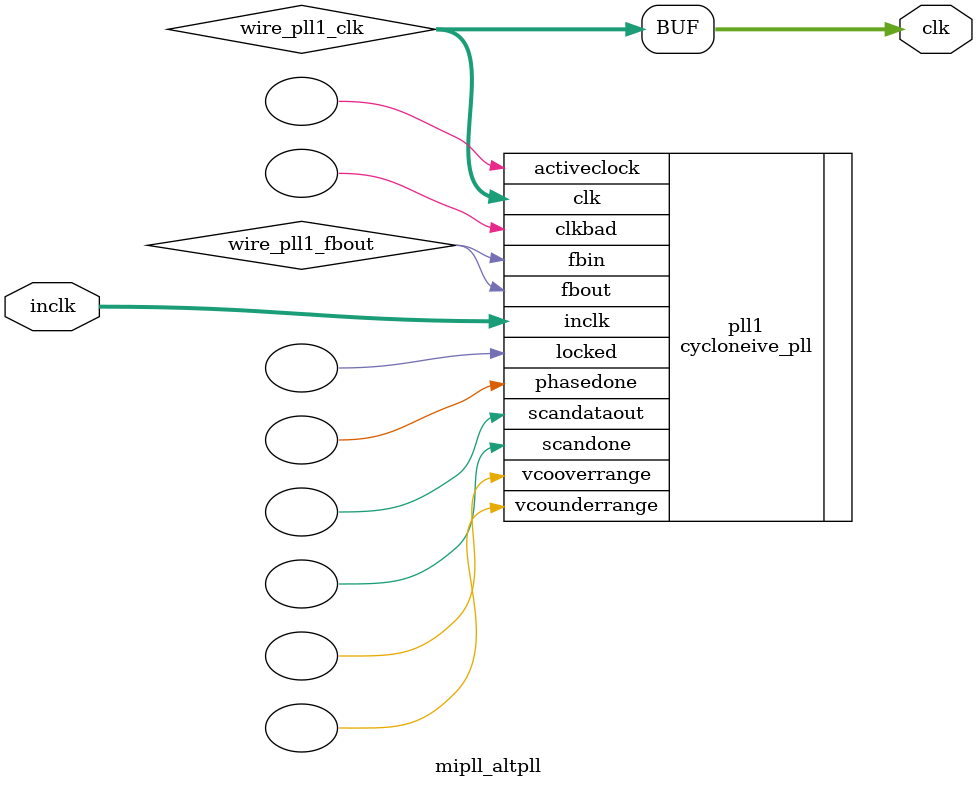
<source format=v>






//synthesis_resources = cycloneive_pll 1 
//synopsys translate_off
`timescale 1 ps / 1 ps
//synopsys translate_on
module  mipll_altpll
	( 
	clk,
	inclk) /* synthesis synthesis_clearbox=1 */;
	output   [4:0]  clk;
	input   [1:0]  inclk;
`ifndef ALTERA_RESERVED_QIS
// synopsys translate_off
`endif
	tri0   [1:0]  inclk;
`ifndef ALTERA_RESERVED_QIS
// synopsys translate_on
`endif

	wire  [4:0]   wire_pll1_clk;
	wire  wire_pll1_fbout;

	cycloneive_pll   pll1
	( 
	.activeclock(),
	.clk(wire_pll1_clk),
	.clkbad(),
	.fbin(wire_pll1_fbout),
	.fbout(wire_pll1_fbout),
	.inclk(inclk),
	.locked(),
	.phasedone(),
	.scandataout(),
	.scandone(),
	.vcooverrange(),
	.vcounderrange()
	`ifndef FORMAL_VERIFICATION
	// synopsys translate_off
	`endif
	,
	.areset(1'b0),
	.clkswitch(1'b0),
	.configupdate(1'b0),
	.pfdena(1'b1),
	.phasecounterselect({3{1'b0}}),
	.phasestep(1'b0),
	.phaseupdown(1'b0),
	.scanclk(1'b0),
	.scanclkena(1'b1),
	.scandata(1'b0)
	`ifndef FORMAL_VERIFICATION
	// synopsys translate_on
	`endif
	);
	defparam
		pll1.bandwidth_type = "auto",
		pll1.clk0_divide_by = 1,
		pll1.clk0_duty_cycle = 50,
		pll1.clk0_multiply_by = 1,
		pll1.clk0_phase_shift = "0",
		pll1.compensate_clock = "clk0",
		pll1.inclk0_input_frequency = 20000,
		pll1.operation_mode = "normal",
		pll1.pll_type = "auto",
		pll1.lpm_type = "cycloneive_pll";
	assign
		clk = {wire_pll1_clk[4:0]};
endmodule //mipll_altpll
//VALID FILE

</source>
